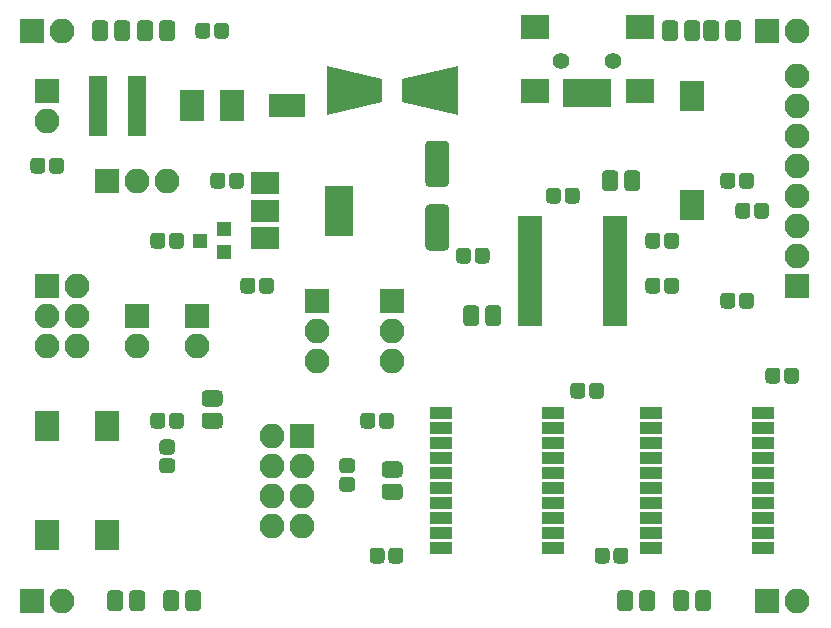
<source format=gbr>
G04 #@! TF.GenerationSoftware,KiCad,Pcbnew,(5.1.6)-1*
G04 #@! TF.CreationDate,2020-09-09T15:03:48-04:00*
G04 #@! TF.ProjectId,electronique_drone,656c6563-7472-46f6-9e69-7175655f6472,2*
G04 #@! TF.SameCoordinates,Original*
G04 #@! TF.FileFunction,Soldermask,Top*
G04 #@! TF.FilePolarity,Negative*
%FSLAX46Y46*%
G04 Gerber Fmt 4.6, Leading zero omitted, Abs format (unit mm)*
G04 Created by KiCad (PCBNEW (5.1.6)-1) date 2020-09-09 15:03:48*
%MOMM*%
%LPD*%
G01*
G04 APERTURE LIST*
%ADD10R,2.100000X2.100000*%
%ADD11O,2.100000X2.100000*%
%ADD12C,0.100000*%
%ADD13R,0.900000X2.400000*%
%ADD14R,2.400000X2.100000*%
%ADD15C,1.400000*%
%ADD16R,1.600000X5.100000*%
%ADD17R,1.009600X0.704800*%
%ADD18R,1.390600X1.390600*%
%ADD19R,1.162000X0.704800*%
%ADD20R,2.000000X2.580000*%
%ADD21R,2.000000X0.700000*%
%ADD22R,2.400000X4.200000*%
%ADD23R,2.400000X1.900000*%
%ADD24R,1.300000X1.200000*%
%ADD25R,2.150000X0.850000*%
%ADD26R,1.900000X1.000000*%
G04 APERTURE END LIST*
D10*
X49530000Y-58420000D03*
D11*
X49530000Y-60960000D03*
G36*
G01*
X81862500Y-62660000D02*
X83237500Y-62660000D01*
G75*
G02*
X83550000Y-62972500I0J-312500D01*
G01*
X83550000Y-66247500D01*
G75*
G02*
X83237500Y-66560000I-312500J0D01*
G01*
X81862500Y-66560000D01*
G75*
G02*
X81550000Y-66247500I0J312500D01*
G01*
X81550000Y-62972500D01*
G75*
G02*
X81862500Y-62660000I312500J0D01*
G01*
G37*
G36*
G01*
X81862500Y-68060000D02*
X83237500Y-68060000D01*
G75*
G02*
X83550000Y-68372500I0J-312500D01*
G01*
X83550000Y-71647500D01*
G75*
G02*
X83237500Y-71960000I-312500J0D01*
G01*
X81862500Y-71960000D01*
G75*
G02*
X81550000Y-71647500I0J312500D01*
G01*
X81550000Y-68372500D01*
G75*
G02*
X81862500Y-68060000I312500J0D01*
G01*
G37*
G36*
G01*
X64620000Y-65683750D02*
X64620000Y-66396250D01*
G75*
G02*
X64301250Y-66715000I-318750J0D01*
G01*
X63663750Y-66715000D01*
G75*
G02*
X63345000Y-66396250I0J318750D01*
G01*
X63345000Y-65683750D01*
G75*
G02*
X63663750Y-65365000I318750J0D01*
G01*
X64301250Y-65365000D01*
G75*
G02*
X64620000Y-65683750I0J-318750D01*
G01*
G37*
G36*
G01*
X66195000Y-65683750D02*
X66195000Y-66396250D01*
G75*
G02*
X65876250Y-66715000I-318750J0D01*
G01*
X65238750Y-66715000D01*
G75*
G02*
X64920000Y-66396250I0J318750D01*
G01*
X64920000Y-65683750D01*
G75*
G02*
X65238750Y-65365000I318750J0D01*
G01*
X65876250Y-65365000D01*
G75*
G02*
X66195000Y-65683750I0J-318750D01*
G01*
G37*
G36*
G01*
X65885000Y-75286250D02*
X65885000Y-74573750D01*
G75*
G02*
X66203750Y-74255000I318750J0D01*
G01*
X66841250Y-74255000D01*
G75*
G02*
X67160000Y-74573750I0J-318750D01*
G01*
X67160000Y-75286250D01*
G75*
G02*
X66841250Y-75605000I-318750J0D01*
G01*
X66203750Y-75605000D01*
G75*
G02*
X65885000Y-75286250I0J318750D01*
G01*
G37*
G36*
G01*
X67460000Y-75286250D02*
X67460000Y-74573750D01*
G75*
G02*
X67778750Y-74255000I318750J0D01*
G01*
X68416250Y-74255000D01*
G75*
G02*
X68735000Y-74573750I0J-318750D01*
G01*
X68735000Y-75286250D01*
G75*
G02*
X68416250Y-75605000I-318750J0D01*
G01*
X67778750Y-75605000D01*
G75*
G02*
X67460000Y-75286250I0J318750D01*
G01*
G37*
G36*
G01*
X59540000Y-70763750D02*
X59540000Y-71476250D01*
G75*
G02*
X59221250Y-71795000I-318750J0D01*
G01*
X58583750Y-71795000D01*
G75*
G02*
X58265000Y-71476250I0J318750D01*
G01*
X58265000Y-70763750D01*
G75*
G02*
X58583750Y-70445000I318750J0D01*
G01*
X59221250Y-70445000D01*
G75*
G02*
X59540000Y-70763750I0J-318750D01*
G01*
G37*
G36*
G01*
X61115000Y-70763750D02*
X61115000Y-71476250D01*
G75*
G02*
X60796250Y-71795000I-318750J0D01*
G01*
X60158750Y-71795000D01*
G75*
G02*
X59840000Y-71476250I0J318750D01*
G01*
X59840000Y-70763750D01*
G75*
G02*
X60158750Y-70445000I318750J0D01*
G01*
X60796250Y-70445000D01*
G75*
G02*
X61115000Y-70763750I0J-318750D01*
G01*
G37*
G36*
G01*
X100175000Y-75286250D02*
X100175000Y-74573750D01*
G75*
G02*
X100493750Y-74255000I318750J0D01*
G01*
X101131250Y-74255000D01*
G75*
G02*
X101450000Y-74573750I0J-318750D01*
G01*
X101450000Y-75286250D01*
G75*
G02*
X101131250Y-75605000I-318750J0D01*
G01*
X100493750Y-75605000D01*
G75*
G02*
X100175000Y-75286250I0J318750D01*
G01*
G37*
G36*
G01*
X101750000Y-75286250D02*
X101750000Y-74573750D01*
G75*
G02*
X102068750Y-74255000I318750J0D01*
G01*
X102706250Y-74255000D01*
G75*
G02*
X103025000Y-74573750I0J-318750D01*
G01*
X103025000Y-75286250D01*
G75*
G02*
X102706250Y-75605000I-318750J0D01*
G01*
X102068750Y-75605000D01*
G75*
G02*
X101750000Y-75286250I0J318750D01*
G01*
G37*
G36*
G01*
X103025000Y-70763750D02*
X103025000Y-71476250D01*
G75*
G02*
X102706250Y-71795000I-318750J0D01*
G01*
X102068750Y-71795000D01*
G75*
G02*
X101750000Y-71476250I0J318750D01*
G01*
X101750000Y-70763750D01*
G75*
G02*
X102068750Y-70445000I318750J0D01*
G01*
X102706250Y-70445000D01*
G75*
G02*
X103025000Y-70763750I0J-318750D01*
G01*
G37*
G36*
G01*
X101450000Y-70763750D02*
X101450000Y-71476250D01*
G75*
G02*
X101131250Y-71795000I-318750J0D01*
G01*
X100493750Y-71795000D01*
G75*
G02*
X100175000Y-71476250I0J318750D01*
G01*
X100175000Y-70763750D01*
G75*
G02*
X100493750Y-70445000I318750J0D01*
G01*
X101131250Y-70445000D01*
G75*
G02*
X101450000Y-70763750I0J-318750D01*
G01*
G37*
G36*
G01*
X85422500Y-72033750D02*
X85422500Y-72746250D01*
G75*
G02*
X85103750Y-73065000I-318750J0D01*
G01*
X84466250Y-73065000D01*
G75*
G02*
X84147500Y-72746250I0J318750D01*
G01*
X84147500Y-72033750D01*
G75*
G02*
X84466250Y-71715000I318750J0D01*
G01*
X85103750Y-71715000D01*
G75*
G02*
X85422500Y-72033750I0J-318750D01*
G01*
G37*
G36*
G01*
X86997500Y-72033750D02*
X86997500Y-72746250D01*
G75*
G02*
X86678750Y-73065000I-318750J0D01*
G01*
X86041250Y-73065000D01*
G75*
G02*
X85722500Y-72746250I0J318750D01*
G01*
X85722500Y-72033750D01*
G75*
G02*
X86041250Y-71715000I318750J0D01*
G01*
X86678750Y-71715000D01*
G75*
G02*
X86997500Y-72033750I0J-318750D01*
G01*
G37*
G36*
G01*
X78407500Y-98146250D02*
X78407500Y-97433750D01*
G75*
G02*
X78726250Y-97115000I318750J0D01*
G01*
X79363750Y-97115000D01*
G75*
G02*
X79682500Y-97433750I0J-318750D01*
G01*
X79682500Y-98146250D01*
G75*
G02*
X79363750Y-98465000I-318750J0D01*
G01*
X78726250Y-98465000D01*
G75*
G02*
X78407500Y-98146250I0J318750D01*
G01*
G37*
G36*
G01*
X76832500Y-98146250D02*
X76832500Y-97433750D01*
G75*
G02*
X77151250Y-97115000I318750J0D01*
G01*
X77788750Y-97115000D01*
G75*
G02*
X78107500Y-97433750I0J-318750D01*
G01*
X78107500Y-98146250D01*
G75*
G02*
X77788750Y-98465000I-318750J0D01*
G01*
X77151250Y-98465000D01*
G75*
G02*
X76832500Y-98146250I0J318750D01*
G01*
G37*
G36*
G01*
X93825000Y-84176250D02*
X93825000Y-83463750D01*
G75*
G02*
X94143750Y-83145000I318750J0D01*
G01*
X94781250Y-83145000D01*
G75*
G02*
X95100000Y-83463750I0J-318750D01*
G01*
X95100000Y-84176250D01*
G75*
G02*
X94781250Y-84495000I-318750J0D01*
G01*
X94143750Y-84495000D01*
G75*
G02*
X93825000Y-84176250I0J318750D01*
G01*
G37*
G36*
G01*
X95400000Y-84176250D02*
X95400000Y-83463750D01*
G75*
G02*
X95718750Y-83145000I318750J0D01*
G01*
X96356250Y-83145000D01*
G75*
G02*
X96675000Y-83463750I0J-318750D01*
G01*
X96675000Y-84176250D01*
G75*
G02*
X96356250Y-84495000I-318750J0D01*
G01*
X95718750Y-84495000D01*
G75*
G02*
X95400000Y-84176250I0J318750D01*
G01*
G37*
G36*
G01*
X97457500Y-98146250D02*
X97457500Y-97433750D01*
G75*
G02*
X97776250Y-97115000I318750J0D01*
G01*
X98413750Y-97115000D01*
G75*
G02*
X98732500Y-97433750I0J-318750D01*
G01*
X98732500Y-98146250D01*
G75*
G02*
X98413750Y-98465000I-318750J0D01*
G01*
X97776250Y-98465000D01*
G75*
G02*
X97457500Y-98146250I0J318750D01*
G01*
G37*
G36*
G01*
X95882500Y-98146250D02*
X95882500Y-97433750D01*
G75*
G02*
X96201250Y-97115000I318750J0D01*
G01*
X96838750Y-97115000D01*
G75*
G02*
X97157500Y-97433750I0J-318750D01*
G01*
X97157500Y-98146250D01*
G75*
G02*
X96838750Y-98465000I-318750J0D01*
G01*
X96201250Y-98465000D01*
G75*
G02*
X95882500Y-98146250I0J318750D01*
G01*
G37*
G36*
G01*
X111910000Y-82906250D02*
X111910000Y-82193750D01*
G75*
G02*
X112228750Y-81875000I318750J0D01*
G01*
X112866250Y-81875000D01*
G75*
G02*
X113185000Y-82193750I0J-318750D01*
G01*
X113185000Y-82906250D01*
G75*
G02*
X112866250Y-83225000I-318750J0D01*
G01*
X112228750Y-83225000D01*
G75*
G02*
X111910000Y-82906250I0J318750D01*
G01*
G37*
G36*
G01*
X110335000Y-82906250D02*
X110335000Y-82193750D01*
G75*
G02*
X110653750Y-81875000I318750J0D01*
G01*
X111291250Y-81875000D01*
G75*
G02*
X111610000Y-82193750I0J-318750D01*
G01*
X111610000Y-82906250D01*
G75*
G02*
X111291250Y-83225000I-318750J0D01*
G01*
X110653750Y-83225000D01*
G75*
G02*
X110335000Y-82906250I0J318750D01*
G01*
G37*
D12*
G36*
X84290000Y-56368151D02*
G01*
X84290000Y-60471849D01*
X79590000Y-59378825D01*
X79590000Y-57461175D01*
X84290000Y-56368151D01*
G37*
G36*
X73190000Y-60471849D02*
G01*
X73190000Y-56368151D01*
X77890000Y-57461175D01*
X77890000Y-59378825D01*
X73190000Y-60471849D01*
G37*
G36*
G01*
X98372500Y-66596250D02*
X98372500Y-65483750D01*
G75*
G02*
X98716250Y-65140000I343750J0D01*
G01*
X99403750Y-65140000D01*
G75*
G02*
X99747500Y-65483750I0J-343750D01*
G01*
X99747500Y-66596250D01*
G75*
G02*
X99403750Y-66940000I-343750J0D01*
G01*
X98716250Y-66940000D01*
G75*
G02*
X98372500Y-66596250I0J343750D01*
G01*
G37*
G36*
G01*
X96497500Y-66596250D02*
X96497500Y-65483750D01*
G75*
G02*
X96841250Y-65140000I343750J0D01*
G01*
X97528750Y-65140000D01*
G75*
G02*
X97872500Y-65483750I0J-343750D01*
G01*
X97872500Y-66596250D01*
G75*
G02*
X97528750Y-66940000I-343750J0D01*
G01*
X96841250Y-66940000D01*
G75*
G02*
X96497500Y-66596250I0J343750D01*
G01*
G37*
G36*
G01*
X86610000Y-78026250D02*
X86610000Y-76913750D01*
G75*
G02*
X86953750Y-76570000I343750J0D01*
G01*
X87641250Y-76570000D01*
G75*
G02*
X87985000Y-76913750I0J-343750D01*
G01*
X87985000Y-78026250D01*
G75*
G02*
X87641250Y-78370000I-343750J0D01*
G01*
X86953750Y-78370000D01*
G75*
G02*
X86610000Y-78026250I0J343750D01*
G01*
G37*
G36*
G01*
X84735000Y-78026250D02*
X84735000Y-76913750D01*
G75*
G02*
X85078750Y-76570000I343750J0D01*
G01*
X85766250Y-76570000D01*
G75*
G02*
X86110000Y-76913750I0J-343750D01*
G01*
X86110000Y-78026250D01*
G75*
G02*
X85766250Y-78370000I-343750J0D01*
G01*
X85078750Y-78370000D01*
G75*
G02*
X84735000Y-78026250I0J343750D01*
G01*
G37*
G36*
G01*
X53317500Y-53896250D02*
X53317500Y-52783750D01*
G75*
G02*
X53661250Y-52440000I343750J0D01*
G01*
X54348750Y-52440000D01*
G75*
G02*
X54692500Y-52783750I0J-343750D01*
G01*
X54692500Y-53896250D01*
G75*
G02*
X54348750Y-54240000I-343750J0D01*
G01*
X53661250Y-54240000D01*
G75*
G02*
X53317500Y-53896250I0J343750D01*
G01*
G37*
G36*
G01*
X55192500Y-53896250D02*
X55192500Y-52783750D01*
G75*
G02*
X55536250Y-52440000I343750J0D01*
G01*
X56223750Y-52440000D01*
G75*
G02*
X56567500Y-52783750I0J-343750D01*
G01*
X56567500Y-53896250D01*
G75*
G02*
X56223750Y-54240000I-343750J0D01*
G01*
X55536250Y-54240000D01*
G75*
G02*
X55192500Y-53896250I0J343750D01*
G01*
G37*
G36*
G01*
X59002500Y-53896250D02*
X59002500Y-52783750D01*
G75*
G02*
X59346250Y-52440000I343750J0D01*
G01*
X60033750Y-52440000D01*
G75*
G02*
X60377500Y-52783750I0J-343750D01*
G01*
X60377500Y-53896250D01*
G75*
G02*
X60033750Y-54240000I-343750J0D01*
G01*
X59346250Y-54240000D01*
G75*
G02*
X59002500Y-53896250I0J343750D01*
G01*
G37*
G36*
G01*
X57127500Y-53896250D02*
X57127500Y-52783750D01*
G75*
G02*
X57471250Y-52440000I343750J0D01*
G01*
X58158750Y-52440000D01*
G75*
G02*
X58502500Y-52783750I0J-343750D01*
G01*
X58502500Y-53896250D01*
G75*
G02*
X58158750Y-54240000I-343750J0D01*
G01*
X57471250Y-54240000D01*
G75*
G02*
X57127500Y-53896250I0J343750D01*
G01*
G37*
G36*
G01*
X105055000Y-53896250D02*
X105055000Y-52783750D01*
G75*
G02*
X105398750Y-52440000I343750J0D01*
G01*
X106086250Y-52440000D01*
G75*
G02*
X106430000Y-52783750I0J-343750D01*
G01*
X106430000Y-53896250D01*
G75*
G02*
X106086250Y-54240000I-343750J0D01*
G01*
X105398750Y-54240000D01*
G75*
G02*
X105055000Y-53896250I0J343750D01*
G01*
G37*
G36*
G01*
X106930000Y-53896250D02*
X106930000Y-52783750D01*
G75*
G02*
X107273750Y-52440000I343750J0D01*
G01*
X107961250Y-52440000D01*
G75*
G02*
X108305000Y-52783750I0J-343750D01*
G01*
X108305000Y-53896250D01*
G75*
G02*
X107961250Y-54240000I-343750J0D01*
G01*
X107273750Y-54240000D01*
G75*
G02*
X106930000Y-53896250I0J343750D01*
G01*
G37*
G36*
G01*
X101577500Y-53896250D02*
X101577500Y-52783750D01*
G75*
G02*
X101921250Y-52440000I343750J0D01*
G01*
X102608750Y-52440000D01*
G75*
G02*
X102952500Y-52783750I0J-343750D01*
G01*
X102952500Y-53896250D01*
G75*
G02*
X102608750Y-54240000I-343750J0D01*
G01*
X101921250Y-54240000D01*
G75*
G02*
X101577500Y-53896250I0J343750D01*
G01*
G37*
G36*
G01*
X103452500Y-53896250D02*
X103452500Y-52783750D01*
G75*
G02*
X103796250Y-52440000I343750J0D01*
G01*
X104483750Y-52440000D01*
G75*
G02*
X104827500Y-52783750I0J-343750D01*
G01*
X104827500Y-53896250D01*
G75*
G02*
X104483750Y-54240000I-343750J0D01*
G01*
X103796250Y-54240000D01*
G75*
G02*
X103452500Y-53896250I0J343750D01*
G01*
G37*
G36*
G01*
X56462500Y-102156250D02*
X56462500Y-101043750D01*
G75*
G02*
X56806250Y-100700000I343750J0D01*
G01*
X57493750Y-100700000D01*
G75*
G02*
X57837500Y-101043750I0J-343750D01*
G01*
X57837500Y-102156250D01*
G75*
G02*
X57493750Y-102500000I-343750J0D01*
G01*
X56806250Y-102500000D01*
G75*
G02*
X56462500Y-102156250I0J343750D01*
G01*
G37*
G36*
G01*
X54587500Y-102156250D02*
X54587500Y-101043750D01*
G75*
G02*
X54931250Y-100700000I343750J0D01*
G01*
X55618750Y-100700000D01*
G75*
G02*
X55962500Y-101043750I0J-343750D01*
G01*
X55962500Y-102156250D01*
G75*
G02*
X55618750Y-102500000I-343750J0D01*
G01*
X54931250Y-102500000D01*
G75*
G02*
X54587500Y-102156250I0J343750D01*
G01*
G37*
G36*
G01*
X59335000Y-102156250D02*
X59335000Y-101043750D01*
G75*
G02*
X59678750Y-100700000I343750J0D01*
G01*
X60366250Y-100700000D01*
G75*
G02*
X60710000Y-101043750I0J-343750D01*
G01*
X60710000Y-102156250D01*
G75*
G02*
X60366250Y-102500000I-343750J0D01*
G01*
X59678750Y-102500000D01*
G75*
G02*
X59335000Y-102156250I0J343750D01*
G01*
G37*
G36*
G01*
X61210000Y-102156250D02*
X61210000Y-101043750D01*
G75*
G02*
X61553750Y-100700000I343750J0D01*
G01*
X62241250Y-100700000D01*
G75*
G02*
X62585000Y-101043750I0J-343750D01*
G01*
X62585000Y-102156250D01*
G75*
G02*
X62241250Y-102500000I-343750J0D01*
G01*
X61553750Y-102500000D01*
G75*
G02*
X61210000Y-102156250I0J343750D01*
G01*
G37*
G36*
G01*
X102515000Y-102156250D02*
X102515000Y-101043750D01*
G75*
G02*
X102858750Y-100700000I343750J0D01*
G01*
X103546250Y-100700000D01*
G75*
G02*
X103890000Y-101043750I0J-343750D01*
G01*
X103890000Y-102156250D01*
G75*
G02*
X103546250Y-102500000I-343750J0D01*
G01*
X102858750Y-102500000D01*
G75*
G02*
X102515000Y-102156250I0J343750D01*
G01*
G37*
G36*
G01*
X104390000Y-102156250D02*
X104390000Y-101043750D01*
G75*
G02*
X104733750Y-100700000I343750J0D01*
G01*
X105421250Y-100700000D01*
G75*
G02*
X105765000Y-101043750I0J-343750D01*
G01*
X105765000Y-102156250D01*
G75*
G02*
X105421250Y-102500000I-343750J0D01*
G01*
X104733750Y-102500000D01*
G75*
G02*
X104390000Y-102156250I0J343750D01*
G01*
G37*
G36*
G01*
X97767500Y-102156250D02*
X97767500Y-101043750D01*
G75*
G02*
X98111250Y-100700000I343750J0D01*
G01*
X98798750Y-100700000D01*
G75*
G02*
X99142500Y-101043750I0J-343750D01*
G01*
X99142500Y-102156250D01*
G75*
G02*
X98798750Y-102500000I-343750J0D01*
G01*
X98111250Y-102500000D01*
G75*
G02*
X97767500Y-102156250I0J343750D01*
G01*
G37*
G36*
G01*
X99642500Y-102156250D02*
X99642500Y-101043750D01*
G75*
G02*
X99986250Y-100700000I343750J0D01*
G01*
X100673750Y-100700000D01*
G75*
G02*
X101017500Y-101043750I0J-343750D01*
G01*
X101017500Y-102156250D01*
G75*
G02*
X100673750Y-102500000I-343750J0D01*
G01*
X99986250Y-102500000D01*
G75*
G02*
X99642500Y-102156250I0J343750D01*
G01*
G37*
G36*
G01*
X62943750Y-85672500D02*
X64056250Y-85672500D01*
G75*
G02*
X64400000Y-86016250I0J-343750D01*
G01*
X64400000Y-86703750D01*
G75*
G02*
X64056250Y-87047500I-343750J0D01*
G01*
X62943750Y-87047500D01*
G75*
G02*
X62600000Y-86703750I0J343750D01*
G01*
X62600000Y-86016250D01*
G75*
G02*
X62943750Y-85672500I343750J0D01*
G01*
G37*
G36*
G01*
X62943750Y-83797500D02*
X64056250Y-83797500D01*
G75*
G02*
X64400000Y-84141250I0J-343750D01*
G01*
X64400000Y-84828750D01*
G75*
G02*
X64056250Y-85172500I-343750J0D01*
G01*
X62943750Y-85172500D01*
G75*
G02*
X62600000Y-84828750I0J343750D01*
G01*
X62600000Y-84141250D01*
G75*
G02*
X62943750Y-83797500I343750J0D01*
G01*
G37*
G36*
G01*
X79296250Y-91190000D02*
X78183750Y-91190000D01*
G75*
G02*
X77840000Y-90846250I0J343750D01*
G01*
X77840000Y-90158750D01*
G75*
G02*
X78183750Y-89815000I343750J0D01*
G01*
X79296250Y-89815000D01*
G75*
G02*
X79640000Y-90158750I0J-343750D01*
G01*
X79640000Y-90846250D01*
G75*
G02*
X79296250Y-91190000I-343750J0D01*
G01*
G37*
G36*
G01*
X79296250Y-93065000D02*
X78183750Y-93065000D01*
G75*
G02*
X77840000Y-92721250I0J343750D01*
G01*
X77840000Y-92033750D01*
G75*
G02*
X78183750Y-91690000I343750J0D01*
G01*
X79296250Y-91690000D01*
G75*
G02*
X79640000Y-92033750I0J-343750D01*
G01*
X79640000Y-92721250D01*
G75*
G02*
X79296250Y-93065000I-343750J0D01*
G01*
G37*
D13*
X96850000Y-58580000D03*
X96050000Y-58580000D03*
X95250000Y-58580000D03*
X94450000Y-58580000D03*
X93650000Y-58580000D03*
D14*
X99700000Y-58480000D03*
X99700000Y-53030000D03*
X90800000Y-58480000D03*
X90800000Y-53030000D03*
D15*
X97450000Y-55880000D03*
X93050000Y-55880000D03*
D10*
X49530000Y-74930000D03*
D11*
X52070000Y-74930000D03*
X49530000Y-77470000D03*
X52070000Y-77470000D03*
X49530000Y-80010000D03*
X52070000Y-80010000D03*
D10*
X54610000Y-66040000D03*
D11*
X57150000Y-66040000D03*
X59690000Y-66040000D03*
D10*
X72390000Y-76200000D03*
D11*
X72390000Y-78740000D03*
X72390000Y-81280000D03*
X78740000Y-81280000D03*
X78740000Y-78740000D03*
D10*
X78740000Y-76200000D03*
D11*
X57150000Y-80010000D03*
D10*
X57150000Y-77470000D03*
X62230000Y-77470000D03*
D11*
X62230000Y-80010000D03*
D16*
X53840000Y-59690000D03*
X57150000Y-59690000D03*
D11*
X50800000Y-53340000D03*
D10*
X48260000Y-53340000D03*
X110490000Y-53340000D03*
D11*
X113030000Y-53340000D03*
X50800000Y-101600000D03*
D10*
X48260000Y-101600000D03*
X110490000Y-101600000D03*
D11*
X113030000Y-101600000D03*
D17*
X68846700Y-59040001D03*
X68846700Y-59690000D03*
X68846700Y-60339999D03*
X70853300Y-60339999D03*
X70853300Y-59690000D03*
X70853300Y-59040001D03*
D18*
X69850000Y-59385200D03*
D19*
X69951600Y-60350400D03*
G36*
G01*
X50955000Y-64413750D02*
X50955000Y-65126250D01*
G75*
G02*
X50636250Y-65445000I-318750J0D01*
G01*
X49998750Y-65445000D01*
G75*
G02*
X49680000Y-65126250I0J318750D01*
G01*
X49680000Y-64413750D01*
G75*
G02*
X49998750Y-64095000I318750J0D01*
G01*
X50636250Y-64095000D01*
G75*
G02*
X50955000Y-64413750I0J-318750D01*
G01*
G37*
G36*
G01*
X49380000Y-64413750D02*
X49380000Y-65126250D01*
G75*
G02*
X49061250Y-65445000I-318750J0D01*
G01*
X48423750Y-65445000D01*
G75*
G02*
X48105000Y-65126250I0J318750D01*
G01*
X48105000Y-64413750D01*
G75*
G02*
X48423750Y-64095000I318750J0D01*
G01*
X49061250Y-64095000D01*
G75*
G02*
X49380000Y-64413750I0J-318750D01*
G01*
G37*
G36*
G01*
X91767500Y-67666250D02*
X91767500Y-66953750D01*
G75*
G02*
X92086250Y-66635000I318750J0D01*
G01*
X92723750Y-66635000D01*
G75*
G02*
X93042500Y-66953750I0J-318750D01*
G01*
X93042500Y-67666250D01*
G75*
G02*
X92723750Y-67985000I-318750J0D01*
G01*
X92086250Y-67985000D01*
G75*
G02*
X91767500Y-67666250I0J318750D01*
G01*
G37*
G36*
G01*
X93342500Y-67666250D02*
X93342500Y-66953750D01*
G75*
G02*
X93661250Y-66635000I318750J0D01*
G01*
X94298750Y-66635000D01*
G75*
G02*
X94617500Y-66953750I0J-318750D01*
G01*
X94617500Y-67666250D01*
G75*
G02*
X94298750Y-67985000I-318750J0D01*
G01*
X93661250Y-67985000D01*
G75*
G02*
X93342500Y-67666250I0J318750D01*
G01*
G37*
G36*
G01*
X109070000Y-68223750D02*
X109070000Y-68936250D01*
G75*
G02*
X108751250Y-69255000I-318750J0D01*
G01*
X108113750Y-69255000D01*
G75*
G02*
X107795000Y-68936250I0J318750D01*
G01*
X107795000Y-68223750D01*
G75*
G02*
X108113750Y-67905000I318750J0D01*
G01*
X108751250Y-67905000D01*
G75*
G02*
X109070000Y-68223750I0J-318750D01*
G01*
G37*
G36*
G01*
X110645000Y-68223750D02*
X110645000Y-68936250D01*
G75*
G02*
X110326250Y-69255000I-318750J0D01*
G01*
X109688750Y-69255000D01*
G75*
G02*
X109370000Y-68936250I0J318750D01*
G01*
X109370000Y-68223750D01*
G75*
G02*
X109688750Y-67905000I318750J0D01*
G01*
X110326250Y-67905000D01*
G75*
G02*
X110645000Y-68223750I0J-318750D01*
G01*
G37*
G36*
G01*
X106525000Y-66396250D02*
X106525000Y-65683750D01*
G75*
G02*
X106843750Y-65365000I318750J0D01*
G01*
X107481250Y-65365000D01*
G75*
G02*
X107800000Y-65683750I0J-318750D01*
G01*
X107800000Y-66396250D01*
G75*
G02*
X107481250Y-66715000I-318750J0D01*
G01*
X106843750Y-66715000D01*
G75*
G02*
X106525000Y-66396250I0J318750D01*
G01*
G37*
G36*
G01*
X108100000Y-66396250D02*
X108100000Y-65683750D01*
G75*
G02*
X108418750Y-65365000I318750J0D01*
G01*
X109056250Y-65365000D01*
G75*
G02*
X109375000Y-65683750I0J-318750D01*
G01*
X109375000Y-66396250D01*
G75*
G02*
X109056250Y-66715000I-318750J0D01*
G01*
X108418750Y-66715000D01*
G75*
G02*
X108100000Y-66396250I0J318750D01*
G01*
G37*
G36*
G01*
X106525000Y-76556250D02*
X106525000Y-75843750D01*
G75*
G02*
X106843750Y-75525000I318750J0D01*
G01*
X107481250Y-75525000D01*
G75*
G02*
X107800000Y-75843750I0J-318750D01*
G01*
X107800000Y-76556250D01*
G75*
G02*
X107481250Y-76875000I-318750J0D01*
G01*
X106843750Y-76875000D01*
G75*
G02*
X106525000Y-76556250I0J318750D01*
G01*
G37*
G36*
G01*
X108100000Y-76556250D02*
X108100000Y-75843750D01*
G75*
G02*
X108418750Y-75525000I318750J0D01*
G01*
X109056250Y-75525000D01*
G75*
G02*
X109375000Y-75843750I0J-318750D01*
G01*
X109375000Y-76556250D01*
G75*
G02*
X109056250Y-76875000I-318750J0D01*
G01*
X108418750Y-76875000D01*
G75*
G02*
X108100000Y-76556250I0J318750D01*
G01*
G37*
G36*
G01*
X62075000Y-53696250D02*
X62075000Y-52983750D01*
G75*
G02*
X62393750Y-52665000I318750J0D01*
G01*
X63031250Y-52665000D01*
G75*
G02*
X63350000Y-52983750I0J-318750D01*
G01*
X63350000Y-53696250D01*
G75*
G02*
X63031250Y-54015000I-318750J0D01*
G01*
X62393750Y-54015000D01*
G75*
G02*
X62075000Y-53696250I0J318750D01*
G01*
G37*
G36*
G01*
X63650000Y-53696250D02*
X63650000Y-52983750D01*
G75*
G02*
X63968750Y-52665000I318750J0D01*
G01*
X64606250Y-52665000D01*
G75*
G02*
X64925000Y-52983750I0J-318750D01*
G01*
X64925000Y-53696250D01*
G75*
G02*
X64606250Y-54015000I-318750J0D01*
G01*
X63968750Y-54015000D01*
G75*
G02*
X63650000Y-53696250I0J318750D01*
G01*
G37*
G36*
G01*
X59333750Y-89532500D02*
X60046250Y-89532500D01*
G75*
G02*
X60365000Y-89851250I0J-318750D01*
G01*
X60365000Y-90488750D01*
G75*
G02*
X60046250Y-90807500I-318750J0D01*
G01*
X59333750Y-90807500D01*
G75*
G02*
X59015000Y-90488750I0J318750D01*
G01*
X59015000Y-89851250D01*
G75*
G02*
X59333750Y-89532500I318750J0D01*
G01*
G37*
G36*
G01*
X59333750Y-87957500D02*
X60046250Y-87957500D01*
G75*
G02*
X60365000Y-88276250I0J-318750D01*
G01*
X60365000Y-88913750D01*
G75*
G02*
X60046250Y-89232500I-318750J0D01*
G01*
X59333750Y-89232500D01*
G75*
G02*
X59015000Y-88913750I0J318750D01*
G01*
X59015000Y-88276250D01*
G75*
G02*
X59333750Y-87957500I318750J0D01*
G01*
G37*
G36*
G01*
X58265000Y-86716250D02*
X58265000Y-86003750D01*
G75*
G02*
X58583750Y-85685000I318750J0D01*
G01*
X59221250Y-85685000D01*
G75*
G02*
X59540000Y-86003750I0J-318750D01*
G01*
X59540000Y-86716250D01*
G75*
G02*
X59221250Y-87035000I-318750J0D01*
G01*
X58583750Y-87035000D01*
G75*
G02*
X58265000Y-86716250I0J318750D01*
G01*
G37*
G36*
G01*
X59840000Y-86716250D02*
X59840000Y-86003750D01*
G75*
G02*
X60158750Y-85685000I318750J0D01*
G01*
X60796250Y-85685000D01*
G75*
G02*
X61115000Y-86003750I0J-318750D01*
G01*
X61115000Y-86716250D01*
G75*
G02*
X60796250Y-87035000I-318750J0D01*
G01*
X60158750Y-87035000D01*
G75*
G02*
X59840000Y-86716250I0J318750D01*
G01*
G37*
G36*
G01*
X77320000Y-86003750D02*
X77320000Y-86716250D01*
G75*
G02*
X77001250Y-87035000I-318750J0D01*
G01*
X76363750Y-87035000D01*
G75*
G02*
X76045000Y-86716250I0J318750D01*
G01*
X76045000Y-86003750D01*
G75*
G02*
X76363750Y-85685000I318750J0D01*
G01*
X77001250Y-85685000D01*
G75*
G02*
X77320000Y-86003750I0J-318750D01*
G01*
G37*
G36*
G01*
X78895000Y-86003750D02*
X78895000Y-86716250D01*
G75*
G02*
X78576250Y-87035000I-318750J0D01*
G01*
X77938750Y-87035000D01*
G75*
G02*
X77620000Y-86716250I0J318750D01*
G01*
X77620000Y-86003750D01*
G75*
G02*
X77938750Y-85685000I318750J0D01*
G01*
X78576250Y-85685000D01*
G75*
G02*
X78895000Y-86003750I0J-318750D01*
G01*
G37*
G36*
G01*
X75286250Y-92382500D02*
X74573750Y-92382500D01*
G75*
G02*
X74255000Y-92063750I0J318750D01*
G01*
X74255000Y-91426250D01*
G75*
G02*
X74573750Y-91107500I318750J0D01*
G01*
X75286250Y-91107500D01*
G75*
G02*
X75605000Y-91426250I0J-318750D01*
G01*
X75605000Y-92063750D01*
G75*
G02*
X75286250Y-92382500I-318750J0D01*
G01*
G37*
G36*
G01*
X75286250Y-90807500D02*
X74573750Y-90807500D01*
G75*
G02*
X74255000Y-90488750I0J318750D01*
G01*
X74255000Y-89851250D01*
G75*
G02*
X74573750Y-89532500I318750J0D01*
G01*
X75286250Y-89532500D01*
G75*
G02*
X75605000Y-89851250I0J-318750D01*
G01*
X75605000Y-90488750D01*
G75*
G02*
X75286250Y-90807500I-318750J0D01*
G01*
G37*
D20*
X104140000Y-68090000D03*
X104140000Y-58910000D03*
X54610000Y-96030000D03*
X54610000Y-86850000D03*
X49530000Y-86850000D03*
X49530000Y-96030000D03*
D21*
X61800000Y-58715000D03*
X61800000Y-59365000D03*
X61800000Y-60015000D03*
X61800000Y-60665000D03*
X65200000Y-60665000D03*
X65200000Y-60015000D03*
X65200000Y-59365000D03*
X65200000Y-58715000D03*
D22*
X74270000Y-68580000D03*
D23*
X67970000Y-68580000D03*
X67970000Y-70880000D03*
X67970000Y-66280000D03*
D24*
X64500000Y-72070000D03*
X64500000Y-70170000D03*
X62500000Y-71120000D03*
D25*
X90380000Y-69435000D03*
X90380000Y-70085000D03*
X90380000Y-70735000D03*
X90380000Y-71385000D03*
X90380000Y-72035000D03*
X90380000Y-72685000D03*
X90380000Y-73335000D03*
X90380000Y-73985000D03*
X90380000Y-74635000D03*
X90380000Y-75285000D03*
X90380000Y-75935000D03*
X90380000Y-76585000D03*
X90380000Y-77235000D03*
X90380000Y-77885000D03*
X97580000Y-77885000D03*
X97580000Y-77235000D03*
X97580000Y-76585000D03*
X97580000Y-75935000D03*
X97580000Y-75285000D03*
X97580000Y-74635000D03*
X97580000Y-73985000D03*
X97580000Y-73335000D03*
X97580000Y-72685000D03*
X97580000Y-72035000D03*
X97580000Y-71385000D03*
X97580000Y-70735000D03*
X97580000Y-70085000D03*
X97580000Y-69435000D03*
D10*
X113030000Y-74930000D03*
D11*
X113030000Y-72390000D03*
X113030000Y-69850000D03*
X113030000Y-67310000D03*
X113030000Y-64770000D03*
X113030000Y-62230000D03*
X113030000Y-59690000D03*
X113030000Y-57150000D03*
D26*
X92380000Y-85725000D03*
X92380000Y-86995000D03*
X92380000Y-88265000D03*
X92380000Y-89535000D03*
X92380000Y-90805000D03*
X92380000Y-92075000D03*
X92380000Y-93345000D03*
X92380000Y-94615000D03*
X92380000Y-95885000D03*
X92380000Y-97155000D03*
X82880000Y-97155000D03*
X82880000Y-95885000D03*
X82880000Y-94615000D03*
X82880000Y-93345000D03*
X82880000Y-85725000D03*
X82880000Y-86995000D03*
X82880000Y-88265000D03*
X82880000Y-89535000D03*
X82880000Y-90805000D03*
X82880000Y-92075000D03*
X100660000Y-92075000D03*
X100660000Y-90805000D03*
X100660000Y-89535000D03*
X100660000Y-88265000D03*
X100660000Y-86995000D03*
X100660000Y-85725000D03*
X100660000Y-93345000D03*
X100660000Y-94615000D03*
X100660000Y-95885000D03*
X100660000Y-97155000D03*
X110160000Y-97155000D03*
X110160000Y-95885000D03*
X110160000Y-94615000D03*
X110160000Y-93345000D03*
X110160000Y-92075000D03*
X110160000Y-90805000D03*
X110160000Y-89535000D03*
X110160000Y-88265000D03*
X110160000Y-86995000D03*
X110160000Y-85725000D03*
D10*
X71120000Y-87630000D03*
D11*
X68580000Y-87630000D03*
X71120000Y-90170000D03*
X68580000Y-90170000D03*
X71120000Y-92710000D03*
X68580000Y-92710000D03*
X71120000Y-95250000D03*
X68580000Y-95250000D03*
M02*

</source>
